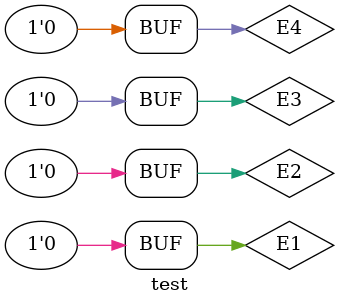
<source format=v>
module humairExcess3toBCD(B4,B3,B2,B1,E4,E3,E2,E1);
input E4,E3,E2,E1;
output B4,B3,B2,B1;
wire E3andE4,E2orE3andE4,E3not,E4not,E3notorE4not;
and (E3andE4,E3,E4);
or (E2orE3andE4,E2,E3andE4);
and (B4,E2orE3andE4,E1);
not (E3not,E3);
not (E4not,E4);
or (E3notorE4not,E3not,E4not);
xor (B3,E3notorE4not,E2);
xor (B2,E3,E4);
not (B1,E4);
endmodule

module test;
reg E4,E3,E2,E1;
wire B4,B3,B2,B1;
humairExcess3toBCD x(B4,B3,B2,B1,E4,E3,E2,E1);
initial
begin
E4=1'b 0;E3=1'b 0;E2=1'b 1;E1=1'b 1;#10
E4=1'b 0;E3=1'b 1;E2=1'b 0;E1=1'b 0;#10
E4=1'b 0;E3=1'b 1;E2=1'b 0;E1=1'b 1;#10
E4=1'b 0;E3=1'b 1;E2=1'b 1;E1=1'b 0;#10
E4=1'b 0;E3=1'b 1;E2=1'b 1;E1=1'b 1;#10
E4=1'b 1;E3=1'b 0;E2=1'b 0;E1=1'b 0;#10
E4=1'b 1;E3=1'b 0;E2=1'b 0;E1=1'b 1;#10
E4=1'b 1;E3=1'b 0;E2=1'b 1;E1=1'b 0;#10
E4=1'b 1;E3=1'b 0;E2=1'b 1;E1=1'b 1;#10
E4=1'b 1;E3=1'b 1;E2=1'b 0;E1=1'b 0;#10
E4=1'b 0;E3=1'b 0;E2=1'b 0;E1=1'b 0;
end
endmodule

</source>
